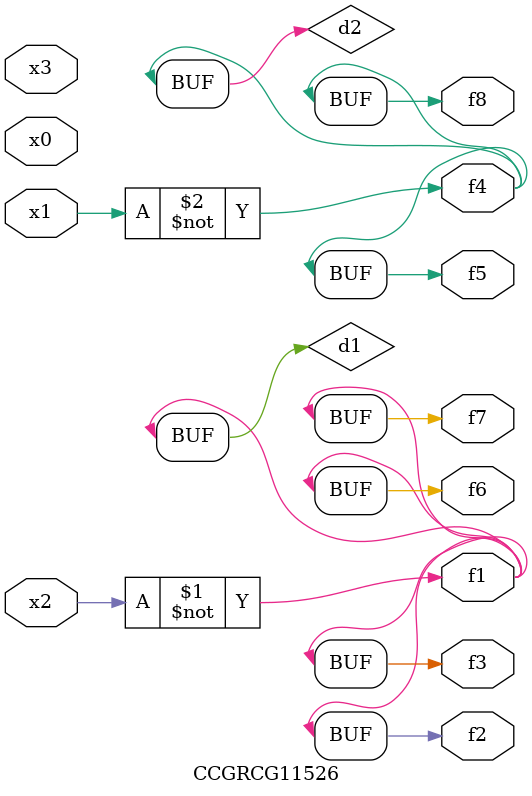
<source format=v>
module CCGRCG11526(
	input x0, x1, x2, x3,
	output f1, f2, f3, f4, f5, f6, f7, f8
);

	wire d1, d2;

	xnor (d1, x2);
	not (d2, x1);
	assign f1 = d1;
	assign f2 = d1;
	assign f3 = d1;
	assign f4 = d2;
	assign f5 = d2;
	assign f6 = d1;
	assign f7 = d1;
	assign f8 = d2;
endmodule

</source>
